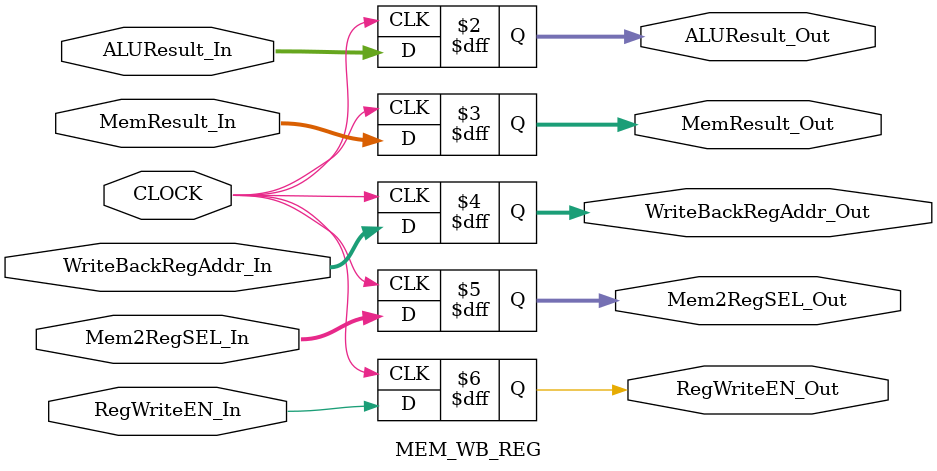
<source format=v>
module MEM_WB_REG(CLOCK,
                  RegWriteEN_In,
                  Mem2RegSEL_In,
                  ALUResult_In,
                  MemResult_In,
                  WriteBackRegAddr_In,

                  RegWriteEN_Out,
                  Mem2RegSEL_Out,
                  ALUResult_Out,
                  MemResult_Out,
                  WriteBackRegAddr_Out);
    input [31:0] ALUResult_In, MemResult_In;
    input [4:0] WriteBackRegAddr_In;
    input [1:0] Mem2RegSEL_In;
    input CLOCK, RegWriteEN_In;
    output reg [31:0] ALUResult_Out, MemResult_Out;
    output reg [4:0] WriteBackRegAddr_Out;
    output reg [1:0] Mem2RegSEL_Out;
    output reg RegWriteEN_Out;
    
    always @(posedge CLOCK) begin
        RegWriteEN_Out       <= RegWriteEN_In;
        Mem2RegSEL_Out       <= Mem2RegSEL_In;
        ALUResult_Out        <= ALUResult_In;
        MemResult_Out        <= MemResult_In;
        WriteBackRegAddr_Out <= WriteBackRegAddr_In;
    end
    
endmodule

</source>
